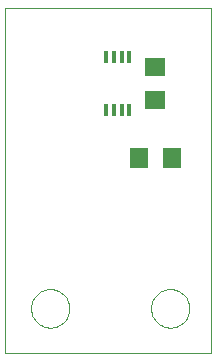
<source format=gtp>
G75*
G70*
%OFA0B0*%
%FSLAX24Y24*%
%IPPOS*%
%LPD*%
%AMOC8*
5,1,8,0,0,1.08239X$1,22.5*
%
%ADD10C,0.0000*%
%ADD11R,0.0157X0.0394*%
%ADD12R,0.0710X0.0630*%
%ADD13R,0.0630X0.0709*%
D10*
X000100Y001704D02*
X000100Y013200D01*
X006970Y013200D01*
X006970Y001704D01*
X000100Y001704D01*
X000960Y003204D02*
X000962Y003254D01*
X000968Y003304D01*
X000978Y003353D01*
X000991Y003402D01*
X001009Y003449D01*
X001030Y003495D01*
X001054Y003538D01*
X001082Y003580D01*
X001113Y003620D01*
X001147Y003657D01*
X001184Y003691D01*
X001224Y003722D01*
X001266Y003750D01*
X001309Y003774D01*
X001355Y003795D01*
X001402Y003813D01*
X001451Y003826D01*
X001500Y003836D01*
X001550Y003842D01*
X001600Y003844D01*
X001650Y003842D01*
X001700Y003836D01*
X001749Y003826D01*
X001798Y003813D01*
X001845Y003795D01*
X001891Y003774D01*
X001934Y003750D01*
X001976Y003722D01*
X002016Y003691D01*
X002053Y003657D01*
X002087Y003620D01*
X002118Y003580D01*
X002146Y003538D01*
X002170Y003495D01*
X002191Y003449D01*
X002209Y003402D01*
X002222Y003353D01*
X002232Y003304D01*
X002238Y003254D01*
X002240Y003204D01*
X002238Y003154D01*
X002232Y003104D01*
X002222Y003055D01*
X002209Y003006D01*
X002191Y002959D01*
X002170Y002913D01*
X002146Y002870D01*
X002118Y002828D01*
X002087Y002788D01*
X002053Y002751D01*
X002016Y002717D01*
X001976Y002686D01*
X001934Y002658D01*
X001891Y002634D01*
X001845Y002613D01*
X001798Y002595D01*
X001749Y002582D01*
X001700Y002572D01*
X001650Y002566D01*
X001600Y002564D01*
X001550Y002566D01*
X001500Y002572D01*
X001451Y002582D01*
X001402Y002595D01*
X001355Y002613D01*
X001309Y002634D01*
X001266Y002658D01*
X001224Y002686D01*
X001184Y002717D01*
X001147Y002751D01*
X001113Y002788D01*
X001082Y002828D01*
X001054Y002870D01*
X001030Y002913D01*
X001009Y002959D01*
X000991Y003006D01*
X000978Y003055D01*
X000968Y003104D01*
X000962Y003154D01*
X000960Y003204D01*
X004960Y003204D02*
X004962Y003254D01*
X004968Y003304D01*
X004978Y003353D01*
X004991Y003402D01*
X005009Y003449D01*
X005030Y003495D01*
X005054Y003538D01*
X005082Y003580D01*
X005113Y003620D01*
X005147Y003657D01*
X005184Y003691D01*
X005224Y003722D01*
X005266Y003750D01*
X005309Y003774D01*
X005355Y003795D01*
X005402Y003813D01*
X005451Y003826D01*
X005500Y003836D01*
X005550Y003842D01*
X005600Y003844D01*
X005650Y003842D01*
X005700Y003836D01*
X005749Y003826D01*
X005798Y003813D01*
X005845Y003795D01*
X005891Y003774D01*
X005934Y003750D01*
X005976Y003722D01*
X006016Y003691D01*
X006053Y003657D01*
X006087Y003620D01*
X006118Y003580D01*
X006146Y003538D01*
X006170Y003495D01*
X006191Y003449D01*
X006209Y003402D01*
X006222Y003353D01*
X006232Y003304D01*
X006238Y003254D01*
X006240Y003204D01*
X006238Y003154D01*
X006232Y003104D01*
X006222Y003055D01*
X006209Y003006D01*
X006191Y002959D01*
X006170Y002913D01*
X006146Y002870D01*
X006118Y002828D01*
X006087Y002788D01*
X006053Y002751D01*
X006016Y002717D01*
X005976Y002686D01*
X005934Y002658D01*
X005891Y002634D01*
X005845Y002613D01*
X005798Y002595D01*
X005749Y002582D01*
X005700Y002572D01*
X005650Y002566D01*
X005600Y002564D01*
X005550Y002566D01*
X005500Y002572D01*
X005451Y002582D01*
X005402Y002595D01*
X005355Y002613D01*
X005309Y002634D01*
X005266Y002658D01*
X005224Y002686D01*
X005184Y002717D01*
X005147Y002751D01*
X005113Y002788D01*
X005082Y002828D01*
X005054Y002870D01*
X005030Y002913D01*
X005009Y002959D01*
X004991Y003006D01*
X004978Y003055D01*
X004968Y003104D01*
X004962Y003154D01*
X004960Y003204D01*
D11*
X004234Y009813D03*
X003978Y009813D03*
X003722Y009813D03*
X003467Y009813D03*
X003467Y011595D03*
X003722Y011595D03*
X003978Y011595D03*
X004234Y011595D03*
D12*
X005100Y011264D03*
X005100Y010144D03*
D13*
X004549Y008204D03*
X005651Y008204D03*
M02*

</source>
